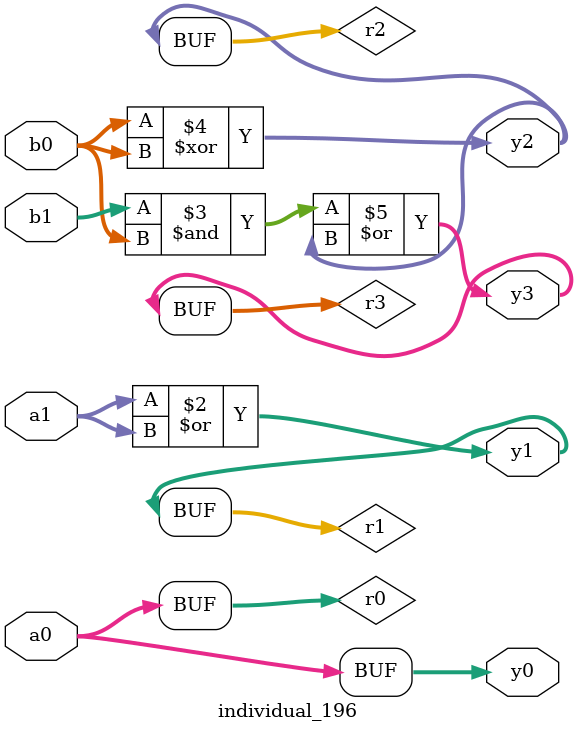
<source format=sv>
module individual_196(input logic [15:0] a1, input logic [15:0] a0, input logic [15:0] b1, input logic [15:0] b0, output logic [15:0] y3, output logic [15:0] y2, output logic [15:0] y1, output logic [15:0] y0);
logic [15:0] r0, r1, r2, r3; 
 always@(*) begin 
	 r0 = a0; r1 = a1; r2 = b0; r3 = b1; 
 	 r1  |=  a1 ;
 	 r3  &=  b0 ;
 	 r2  ^=  b0 ;
 	 r3  |=  r2 ;
 	 y3 = r3; y2 = r2; y1 = r1; y0 = r0; 
end
endmodule
</source>
